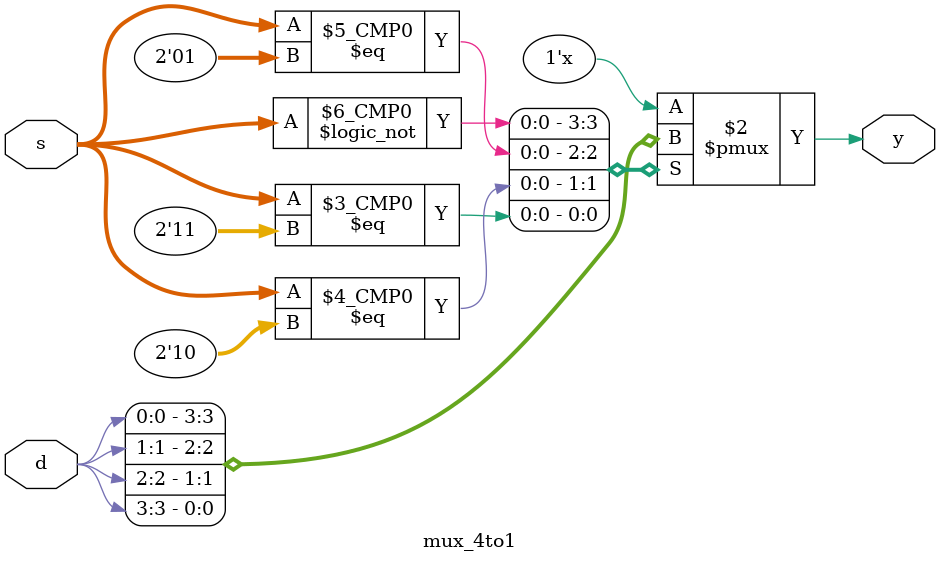
<source format=v>
`timescale 1ns / 1ps


module mux_4to1(
    input [3:0] d,
    input [1:0] s,
    output reg y
    );
    always@(*)
    begin
    case(s)
   2'b00:y=d[0];
   2'b01:y=d[1];
   2'b10:y=d[2];
   2'b11:y=d[3];
    endcase
    end
endmodule

</source>
